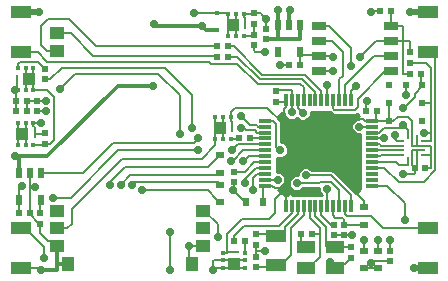
<source format=gtl>
G04 #@! TF.FileFunction,Copper,L1,Top,Signal*
%FSLAX46Y46*%
G04 Gerber Fmt 4.6, Leading zero omitted, Abs format (unit mm)*
G04 Created by KiCad (PCBNEW (2016-04-05 BZR 6665, Git e1b308b)-product) date 04.05.2016 13:46:03*
%MOMM*%
G01*
G04 APERTURE LIST*
%ADD10C,0.100000*%
%ADD11R,0.500000X0.600000*%
%ADD12R,0.600000X0.500000*%
%ADD13R,0.300000X1.000000*%
%ADD14R,1.000000X0.300000*%
%ADD15R,1.270000X0.700000*%
%ADD16R,1.500000X1.000000*%
%ADD17R,1.800000X1.000000*%
%ADD18R,1.700000X1.000000*%
%ADD19R,0.500000X0.500000*%
%ADD20R,0.400000X0.400000*%
%ADD21R,0.400000X0.200000*%
%ADD22R,0.200000X0.400000*%
%ADD23R,0.600000X0.900000*%
%ADD24R,0.300000X0.400000*%
%ADD25R,1.000000X1.000000*%
%ADD26R,0.230000X0.785000*%
%ADD27R,0.400000X0.300000*%
%ADD28R,0.785000X0.230000*%
%ADD29R,0.800000X0.600000*%
%ADD30R,0.600000X0.800000*%
%ADD31R,1.200000X1.000000*%
%ADD32R,1.000000X1.200000*%
%ADD33C,0.700000*%
%ADD34C,0.500000*%
%ADD35C,0.200000*%
%ADD36C,0.160000*%
%ADD37C,0.300000*%
%ADD38C,0.254000*%
G04 APERTURE END LIST*
D10*
D11*
X206400000Y-87600000D03*
X206400000Y-89100000D03*
X206400000Y-90600000D03*
X209250000Y-90600000D03*
X209250000Y-89100000D03*
X209250000Y-87600000D03*
D12*
X207850000Y-87550000D03*
D13*
X197700000Y-97850000D03*
X198200000Y-97850000D03*
X198700000Y-97850000D03*
X199200000Y-97850000D03*
X199700000Y-97850000D03*
X200200000Y-97850000D03*
X200700000Y-97850000D03*
X201200000Y-97850000D03*
X201700000Y-97850000D03*
X202200000Y-97850000D03*
X202700000Y-97850000D03*
X203200000Y-97850000D03*
D14*
X204950000Y-96100000D03*
X204950000Y-95600000D03*
X204950000Y-95100000D03*
X204950000Y-94600000D03*
X204950000Y-94100000D03*
X204950000Y-93600000D03*
X204950000Y-93100000D03*
X204950000Y-92600000D03*
X204950000Y-92100000D03*
X204950000Y-91600000D03*
X204950000Y-91100000D03*
X204950000Y-90600000D03*
D13*
X203200000Y-88850000D03*
X202700000Y-88850000D03*
X202200000Y-88850000D03*
X201700000Y-88850000D03*
X201200000Y-88850000D03*
X200700000Y-88850000D03*
X200200000Y-88850000D03*
X199700000Y-88850000D03*
X199200000Y-88850000D03*
X198700000Y-88850000D03*
X198200000Y-88850000D03*
X197700000Y-88850000D03*
D14*
X195950000Y-90600000D03*
X195950000Y-91100000D03*
X195950000Y-91600000D03*
X195950000Y-92100000D03*
X195950000Y-92600000D03*
X195950000Y-93100000D03*
X195950000Y-93600000D03*
X195950000Y-94100000D03*
X195950000Y-94600000D03*
X195950000Y-95100000D03*
X195950000Y-95600000D03*
X195950000Y-96100000D03*
D15*
X200500000Y-82600000D03*
X200500000Y-83870000D03*
X200500000Y-85140000D03*
X200500000Y-86410000D03*
X206596000Y-86410000D03*
X206596000Y-85140000D03*
X206596000Y-83870000D03*
X206596000Y-82600000D03*
D16*
X199400000Y-103100000D03*
X201900000Y-103100000D03*
X201900000Y-101300000D03*
X199400000Y-101300000D03*
D17*
X196850000Y-100400000D03*
X196850000Y-102800000D03*
D18*
X175300000Y-84800000D03*
X175300000Y-81400000D03*
D19*
X176900000Y-99300000D03*
X176900000Y-98400000D03*
D20*
X191900000Y-81500000D03*
X191900000Y-82900000D03*
D18*
X209700000Y-99700000D03*
X209700000Y-103100000D03*
X175300000Y-103100000D03*
X175300000Y-99700000D03*
X209700000Y-81400000D03*
X209700000Y-84800000D03*
D21*
X207500000Y-92300000D03*
X207500000Y-92700000D03*
X207500000Y-93100000D03*
X207500000Y-93500000D03*
D22*
X208000000Y-93800000D03*
X208400000Y-93800000D03*
X208800000Y-93800000D03*
D21*
X209300000Y-93500000D03*
X209300000Y-93100000D03*
X209300000Y-92700000D03*
X209300000Y-92300000D03*
D22*
X208800000Y-92000000D03*
X208400000Y-92000000D03*
X208000000Y-92000000D03*
D19*
X195200000Y-101100000D03*
X195200000Y-100200000D03*
X195200000Y-102100000D03*
X195200000Y-103000000D03*
X199000000Y-100200000D03*
X199900000Y-100200000D03*
X203200000Y-102200000D03*
X203200000Y-101300000D03*
D23*
X177000000Y-95000000D03*
X176050000Y-95000000D03*
X175100000Y-95000000D03*
X175100000Y-97300000D03*
X177000000Y-97300000D03*
X198900000Y-82500000D03*
X197950000Y-82500000D03*
X197000000Y-82500000D03*
X197000000Y-84800000D03*
X198900000Y-84800000D03*
D19*
X195000000Y-84200000D03*
X195000000Y-83300000D03*
X195000000Y-82400000D03*
X195000000Y-81500000D03*
X177300000Y-87100000D03*
X177300000Y-86200000D03*
X177275000Y-91675000D03*
X177275000Y-92575000D03*
X193300000Y-100800000D03*
X194200000Y-100800000D03*
X194625000Y-92025000D03*
X193725000Y-92025000D03*
X174860387Y-89786327D03*
X175760387Y-89786327D03*
X176660387Y-88886327D03*
X176660387Y-89786327D03*
X174860387Y-88886327D03*
X175760387Y-88886327D03*
X196000000Y-83700000D03*
X196000000Y-82800000D03*
X198000000Y-85900000D03*
X198900000Y-85900000D03*
X176000000Y-98400000D03*
X175100000Y-98400000D03*
D24*
X192830000Y-83392000D03*
X193480000Y-83392000D03*
X194130000Y-83392000D03*
X192830000Y-81542000D03*
X193480000Y-81542000D03*
X194130000Y-81542000D03*
D25*
X193200000Y-82472000D03*
D26*
X194220000Y-82492000D03*
D19*
X202600000Y-100300000D03*
X202600000Y-99400000D03*
X201800000Y-100300000D03*
X201800000Y-99400000D03*
X205400000Y-89800000D03*
X204500000Y-89800000D03*
X196900000Y-89000000D03*
X196900000Y-88100000D03*
D24*
X191730000Y-92120000D03*
X192380000Y-92120000D03*
X193030000Y-92120000D03*
X191730000Y-90270000D03*
X192380000Y-90270000D03*
X193030000Y-90270000D03*
D25*
X192100000Y-91200000D03*
D26*
X193120000Y-91220000D03*
D24*
X176330387Y-86166327D03*
X175680387Y-86166327D03*
X175030387Y-86166327D03*
X176330387Y-88016327D03*
X175680387Y-88016327D03*
X175030387Y-88016327D03*
D25*
X175960387Y-87086327D03*
D26*
X174940387Y-87066327D03*
D27*
X194250000Y-103070000D03*
X194250000Y-102420000D03*
X194250000Y-101770000D03*
X192400000Y-103070000D03*
X192400000Y-102420000D03*
X192400000Y-101770000D03*
D25*
X193330000Y-102700000D03*
D28*
X193350000Y-101680000D03*
D19*
X205700000Y-81300000D03*
X206600000Y-81300000D03*
X193300000Y-95800000D03*
X193300000Y-94900000D03*
X206500000Y-101600000D03*
X206500000Y-102500000D03*
D29*
X204300000Y-101600000D03*
X204300000Y-103100000D03*
X205500000Y-101600000D03*
X205500000Y-103100000D03*
X192100000Y-97500000D03*
X192100000Y-96000000D03*
X192100000Y-95000000D03*
X192100000Y-93500000D03*
D30*
X195800000Y-97500000D03*
X194300000Y-97500000D03*
D29*
X204300000Y-97900000D03*
X204300000Y-99400000D03*
D19*
X208600000Y-94600000D03*
X209500000Y-94600000D03*
X208200000Y-86600000D03*
X209100000Y-86600000D03*
X208200000Y-84800000D03*
X208200000Y-85700000D03*
D24*
X175030000Y-92620000D03*
X175680000Y-92620000D03*
X176330000Y-92620000D03*
X175030000Y-90770000D03*
X175680000Y-90770000D03*
X176330000Y-90770000D03*
D25*
X175400000Y-91700000D03*
D26*
X176420000Y-91720000D03*
D19*
X192800000Y-85200000D03*
X191900000Y-85200000D03*
X192800000Y-84300000D03*
X191900000Y-84300000D03*
D31*
X178300000Y-101200000D03*
X178300000Y-99700000D03*
X178300000Y-98200000D03*
X178300000Y-84700000D03*
X178300000Y-83200000D03*
D32*
X179270000Y-102700000D03*
X189770000Y-102700000D03*
D31*
X190700000Y-101200000D03*
X190700000Y-99700000D03*
X190700000Y-98200000D03*
D33*
X208525000Y-103100000D03*
X204875000Y-102625000D03*
X201475000Y-102525002D03*
X176475000Y-96200000D03*
X207650000Y-95125001D03*
X206900000Y-91799996D03*
X198050002Y-81250000D03*
X196052232Y-81996020D03*
X201200000Y-96400002D03*
X177000000Y-103200000D03*
X204900000Y-81400000D03*
X204599996Y-88900000D03*
X207850000Y-88400000D03*
X174800000Y-88000000D03*
X189500000Y-101200000D03*
X195900000Y-101600000D03*
X201700000Y-86400000D03*
X197200000Y-85900000D03*
X193200000Y-96500000D03*
X176800000Y-81400000D03*
X208200000Y-81400000D03*
X203900000Y-91100000D03*
X197000000Y-95600000D03*
X198200000Y-89900000D03*
X199400000Y-101300004D03*
X203300000Y-100300000D03*
X189900000Y-81500000D03*
X190600000Y-82600000D03*
X174750000Y-93625000D03*
X186436000Y-87630000D03*
X176950663Y-90750663D03*
X197000000Y-81250000D03*
X186500000Y-82400000D03*
X195950000Y-84750000D03*
X201200000Y-87600000D03*
X199390000Y-95224990D03*
X189738000Y-91186000D03*
X198625000Y-95900000D03*
X178562000Y-87884000D03*
X177400000Y-88900000D03*
X188722000Y-91694000D03*
X191500000Y-103199998D03*
X187900000Y-103200000D03*
X187900000Y-100000000D03*
X202400000Y-90400000D03*
X204000000Y-85200000D03*
X201700000Y-85200000D03*
X190300000Y-92100000D03*
X193900000Y-90200000D03*
X203600000Y-87700000D03*
X203200000Y-86000000D03*
X183700000Y-96000000D03*
X182800000Y-96000000D03*
X185491958Y-96473194D03*
X184700000Y-96000000D03*
X206500000Y-100700000D03*
X205500000Y-100700000D03*
X204300000Y-100699998D03*
X193130627Y-93106010D03*
X193089704Y-94005091D03*
X194108947Y-94008947D03*
X194237042Y-95847494D03*
X194928222Y-96423926D03*
X207621789Y-90981563D03*
X207621780Y-89546025D03*
X205981140Y-92084741D03*
X209429152Y-91650002D03*
X199136000Y-89916000D03*
X197200000Y-93100000D03*
X177400000Y-89800000D03*
X175400000Y-91700000D03*
X178000000Y-97100000D03*
X177200000Y-102200000D03*
X190300000Y-93100000D03*
X193900000Y-91200000D03*
X207800000Y-99000000D03*
X191950000Y-100450000D03*
X175375002Y-96125000D03*
D34*
X209700000Y-103100000D02*
X208525000Y-103100000D01*
D35*
X205000000Y-102500000D02*
X204875000Y-102625000D01*
X206500000Y-102500000D02*
X205000000Y-102500000D01*
X204875000Y-103075000D02*
X204875000Y-102625000D01*
X204900000Y-103100000D02*
X204875000Y-103075000D01*
X205500000Y-103100000D02*
X204900000Y-103100000D01*
X203200000Y-102200000D02*
X202675000Y-102725000D01*
X202675000Y-102725000D02*
X201674998Y-102725000D01*
X201674998Y-102725000D02*
X201475000Y-102525002D01*
X201824999Y-102875001D02*
X201475000Y-102525002D01*
X201900000Y-103100000D02*
X201900000Y-102950002D01*
X201900000Y-102950002D02*
X201824999Y-102875001D01*
X176050000Y-96200000D02*
X176475000Y-96200000D01*
X208144974Y-95125001D02*
X207650000Y-95125001D01*
X208600000Y-95050000D02*
X208524999Y-95125001D01*
X208600000Y-94600000D02*
X208600000Y-95050000D01*
X208524999Y-95125001D02*
X208144974Y-95125001D01*
D36*
X207500000Y-92300000D02*
X207075000Y-92300000D01*
X207075000Y-92300000D02*
X206900000Y-92125000D01*
X206900000Y-92125000D02*
X206900000Y-91799996D01*
X208600000Y-94550000D02*
X208800000Y-94350000D01*
X208800000Y-94350000D02*
X208800000Y-93800000D01*
X208600000Y-94550000D02*
X208400000Y-94350000D01*
X208400000Y-94350000D02*
X208400000Y-93800000D01*
X208600000Y-94600000D02*
X208600000Y-94550000D01*
X208400000Y-93100000D02*
X208800000Y-93100000D01*
X208800000Y-93100000D02*
X209300000Y-93100000D01*
X208800000Y-93800000D02*
X208800000Y-93650000D01*
X208800000Y-93650000D02*
X208800000Y-93100000D01*
X208400000Y-93800000D02*
X208400000Y-93100000D01*
D35*
X207850000Y-88400000D02*
X207850000Y-87550000D01*
D37*
X197950000Y-82500000D02*
X197950000Y-81350002D01*
X197950000Y-81350002D02*
X198050002Y-81250000D01*
D35*
X195702233Y-81646021D02*
X196052232Y-81996020D01*
X195000000Y-81500000D02*
X195556212Y-81500000D01*
X196000000Y-82800000D02*
X196000000Y-82048252D01*
X196000000Y-82048252D02*
X196052232Y-81996020D01*
X195556212Y-81500000D02*
X195702233Y-81646021D01*
X175300000Y-103100000D02*
X176900000Y-103100000D01*
X176900000Y-103100000D02*
X177000000Y-103200000D01*
X174860387Y-88886327D02*
X174860387Y-88186327D01*
X174860387Y-88186327D02*
X175030387Y-88016327D01*
X174940387Y-87066327D02*
X174940387Y-87926327D01*
X174940387Y-87926327D02*
X175030387Y-88016327D01*
X174800000Y-88000000D02*
X175014060Y-88000000D01*
X175014060Y-88000000D02*
X175030387Y-88016327D01*
X177600000Y-100800000D02*
X177900000Y-100800000D01*
X177900000Y-100800000D02*
X178300000Y-101200000D01*
X176900000Y-100100000D02*
X177600000Y-100800000D01*
X176900000Y-99300000D02*
X176900000Y-100100000D01*
X201200000Y-97850000D02*
X201200000Y-96400002D01*
X176050000Y-96200000D02*
X176050000Y-98350000D01*
X176050000Y-95000000D02*
X176050000Y-96200000D01*
D37*
X177000000Y-103200000D02*
X178300000Y-103200000D01*
X178300000Y-103200000D02*
X178300000Y-102700000D01*
X178300000Y-102700000D02*
X178300000Y-101200000D01*
X179270000Y-102700000D02*
X178300000Y-102700000D01*
D35*
X176050000Y-98350000D02*
X176000000Y-98400000D01*
X176900000Y-99300000D02*
X176790002Y-99300000D01*
X176790002Y-99300000D02*
X176000000Y-98509998D01*
X176000000Y-98509998D02*
X176000000Y-98400000D01*
X194300000Y-97500000D02*
X194200000Y-97500000D01*
X194200000Y-97500000D02*
X193200000Y-96500000D01*
X198200000Y-88850000D02*
X198200000Y-88000000D01*
X198200000Y-88000000D02*
X197000000Y-88000000D01*
X197000000Y-88000000D02*
X196900000Y-88100000D01*
X205000000Y-81300000D02*
X204900000Y-81400000D01*
X205700000Y-81300000D02*
X205000000Y-81300000D01*
X204500000Y-88999996D02*
X204599996Y-88900000D01*
X204500000Y-89800000D02*
X204500000Y-88999996D01*
X174860387Y-88886327D02*
X174860387Y-89786327D01*
X189500000Y-101200000D02*
X189500000Y-102430000D01*
X189500000Y-102430000D02*
X189770000Y-102700000D01*
X190700000Y-101200000D02*
X189500000Y-101200000D01*
X204300000Y-103100000D02*
X205500000Y-103100000D01*
X195200000Y-101600000D02*
X195900000Y-101600000D01*
X200500000Y-86410000D02*
X201690000Y-86410000D01*
X201690000Y-86410000D02*
X201700000Y-86400000D01*
X198000000Y-85900000D02*
X197200000Y-85900000D01*
X194130000Y-81542000D02*
X194958000Y-81542000D01*
X194958000Y-81542000D02*
X195000000Y-81500000D01*
X194220000Y-82492000D02*
X194220000Y-81920000D01*
X194220000Y-81920000D02*
X194130000Y-81830000D01*
X194130000Y-81830000D02*
X194130000Y-81542000D01*
X193300000Y-95800000D02*
X193300000Y-96400000D01*
X193300000Y-96400000D02*
X193200000Y-96500000D01*
D34*
X175300000Y-81400000D02*
X176800000Y-81400000D01*
X209700000Y-81400000D02*
X208200000Y-81400000D01*
D35*
X204950000Y-91100000D02*
X203900000Y-91100000D01*
X195950000Y-95600000D02*
X197000000Y-95600000D01*
X198200000Y-88850000D02*
X198200000Y-89900000D01*
X199000000Y-100900004D02*
X199050001Y-100950005D01*
X199000000Y-100200000D02*
X199000000Y-100900004D01*
X199050001Y-100950005D02*
X199400000Y-101300004D01*
X195200000Y-101600000D02*
X195200000Y-102100000D01*
X195200000Y-101100000D02*
X195200000Y-101600000D01*
X202600000Y-100300000D02*
X203300000Y-100300000D01*
X201800000Y-100300000D02*
X202600000Y-100300000D01*
X199000000Y-101300000D02*
X199000000Y-100200000D01*
X199400000Y-101300000D02*
X199000000Y-101300000D01*
X196850000Y-100400000D02*
X197600000Y-100400000D01*
X197600000Y-100400000D02*
X197600000Y-99600000D01*
X195200000Y-100200000D02*
X196650000Y-100200000D01*
X196650000Y-100200000D02*
X196850000Y-100400000D01*
X197600000Y-99600000D02*
X198700000Y-98500000D01*
X198700000Y-98500000D02*
X198700000Y-97850000D01*
X195200000Y-103000000D02*
X196650000Y-103000000D01*
X196650000Y-103000000D02*
X196850000Y-102800000D01*
X198100000Y-101950000D02*
X197250000Y-102800000D01*
X197250000Y-102800000D02*
X196850000Y-102800000D01*
X199200000Y-97850000D02*
X199200000Y-98565698D01*
X198100000Y-99665698D02*
X198100000Y-101950000D01*
X199200000Y-98565698D02*
X198100000Y-99665698D01*
X199700000Y-98800000D02*
X199700000Y-97850000D01*
X199900000Y-100200000D02*
X200600000Y-100200000D01*
X199400000Y-103100000D02*
X199600000Y-103100000D01*
X199600000Y-103100000D02*
X200600000Y-102100000D01*
X200600000Y-100200000D02*
X200600000Y-99700000D01*
X200600000Y-99700000D02*
X199700000Y-98800000D01*
X200600000Y-102100000D02*
X200600000Y-100200000D01*
X201900000Y-101300000D02*
X201200000Y-101300000D01*
X201200000Y-101300000D02*
X201100000Y-101200000D01*
X201100000Y-101200000D02*
X201100000Y-99600000D01*
X201900000Y-101300000D02*
X203200000Y-101300000D01*
X201100000Y-99600000D02*
X200200000Y-98700000D01*
X200200000Y-98700000D02*
X200200000Y-97850000D01*
X191900000Y-81500000D02*
X192788000Y-81500000D01*
X192788000Y-81500000D02*
X192830000Y-81542000D01*
X193480000Y-83392000D02*
X193480000Y-82752000D01*
X193480000Y-82752000D02*
X193200000Y-82472000D01*
X192830000Y-83392000D02*
X192830000Y-82842000D01*
X192830000Y-82842000D02*
X193200000Y-82472000D01*
X193480000Y-81542000D02*
X193480000Y-82192000D01*
X193480000Y-82192000D02*
X193200000Y-82472000D01*
X192830000Y-81542000D02*
X192830000Y-82102000D01*
X192830000Y-82102000D02*
X193200000Y-82472000D01*
X189900000Y-81500000D02*
X190394974Y-81500000D01*
X190394974Y-81500000D02*
X191900000Y-81500000D01*
D37*
X190600000Y-82600000D02*
X186700000Y-82600000D01*
X186700000Y-82600000D02*
X186500000Y-82400000D01*
X191900000Y-82900000D02*
X190900000Y-82900000D01*
X190900000Y-82900000D02*
X190600000Y-82600000D01*
X174750000Y-93625000D02*
X175125000Y-93625000D01*
X175125000Y-93625000D02*
X177452830Y-93625000D01*
X175100000Y-95000000D02*
X175100000Y-93650000D01*
X175100000Y-93650000D02*
X175125000Y-93625000D01*
X177452830Y-93625000D02*
X183447830Y-87630000D01*
X183447830Y-87630000D02*
X183470024Y-87630000D01*
D35*
X176420000Y-91720000D02*
X177230000Y-91720000D01*
X177230000Y-91720000D02*
X177275000Y-91675000D01*
D37*
X186436000Y-87630000D02*
X183470024Y-87630000D01*
X197000000Y-83700000D02*
X198900000Y-83700000D01*
X198900000Y-83700000D02*
X198900000Y-82500000D01*
D35*
X176931326Y-90770000D02*
X176950663Y-90750663D01*
X176330000Y-90770000D02*
X176931326Y-90770000D01*
D37*
X196000000Y-83700000D02*
X197000000Y-83700000D01*
X197000000Y-82500000D02*
X197000000Y-83700000D01*
X197000000Y-81250000D02*
X197000000Y-82500000D01*
D35*
X176330000Y-91030000D02*
X176420000Y-91120000D01*
X176420000Y-91120000D02*
X176420000Y-91720000D01*
X176330000Y-90770000D02*
X176330000Y-91030000D01*
X176900000Y-98400000D02*
X176900000Y-97400000D01*
X176900000Y-97400000D02*
X177000000Y-97300000D01*
X195455026Y-84750000D02*
X195950000Y-84750000D01*
X195100000Y-84750000D02*
X195455026Y-84750000D01*
X195000000Y-84650000D02*
X195100000Y-84750000D01*
X195000000Y-84200000D02*
X195000000Y-84650000D01*
X201200000Y-87600000D02*
X201200000Y-88850000D01*
X194130000Y-83392000D02*
X194908000Y-83392000D01*
X194908000Y-83392000D02*
X195000000Y-83300000D01*
X195000000Y-83300000D02*
X195000000Y-82400000D01*
X203200000Y-96872301D02*
X201552689Y-95224990D01*
X199884974Y-95224990D02*
X199390000Y-95224990D01*
X201552689Y-95224990D02*
X199884974Y-95224990D01*
X203200000Y-97850000D02*
X203200000Y-96872301D01*
X189738000Y-91186000D02*
X189738000Y-88392000D01*
X178744000Y-86106000D02*
X177750000Y-87100000D01*
X189738000Y-88392000D02*
X187452000Y-86106000D01*
X187452000Y-86106000D02*
X178744000Y-86106000D01*
X177750000Y-87100000D02*
X177300000Y-87100000D01*
X175030387Y-86166327D02*
X175030387Y-85766327D01*
X175030387Y-85766327D02*
X175146714Y-85650000D01*
X176900000Y-85800000D02*
X177300000Y-86200000D01*
X175146714Y-85650000D02*
X176750000Y-85650000D01*
X176750000Y-85650000D02*
X176900000Y-85800000D01*
X194250000Y-101770000D02*
X194250000Y-100850000D01*
X194250000Y-100850000D02*
X194200000Y-100800000D01*
X193030000Y-92120000D02*
X193630000Y-92120000D01*
X193630000Y-92120000D02*
X193725000Y-92025000D01*
X200667999Y-95750001D02*
X200518000Y-95900000D01*
X202200000Y-97850000D02*
X202200000Y-96438000D01*
X199119974Y-95900000D02*
X198625000Y-95900000D01*
X201512001Y-95750001D02*
X200667999Y-95750001D01*
X202200000Y-96438000D02*
X201512001Y-95750001D01*
X200518000Y-95900000D02*
X199119974Y-95900000D01*
X188722000Y-91694000D02*
X188722000Y-88805998D01*
X178562000Y-87884000D02*
X179832000Y-86614000D01*
X176660387Y-88886327D02*
X177386327Y-88886327D01*
X177386327Y-88886327D02*
X177400000Y-88900000D01*
X175760387Y-88886327D02*
X176660387Y-88886327D01*
X175760387Y-89786327D02*
X175760387Y-88886327D01*
X188722000Y-91199026D02*
X188722000Y-91694000D01*
X179832000Y-86614000D02*
X186914000Y-86614000D01*
X186914000Y-86614000D02*
X188722000Y-88422000D01*
X188722000Y-88422000D02*
X188722000Y-91199026D01*
X198200000Y-97850000D02*
X198200000Y-98434302D01*
X194150000Y-99500000D02*
X193300000Y-100350000D01*
X193300000Y-100350000D02*
X193300000Y-100800000D01*
X198200000Y-98434302D02*
X197134302Y-99500000D01*
X197134302Y-99500000D02*
X194150000Y-99500000D01*
X194625000Y-92025000D02*
X194700000Y-92100000D01*
X194700000Y-92100000D02*
X195950000Y-92100000D01*
X192400000Y-103070000D02*
X191629998Y-103070000D01*
X191629998Y-103070000D02*
X191500000Y-103199998D01*
X191500000Y-102500000D02*
X191500000Y-103199998D01*
X191580000Y-102420000D02*
X191500000Y-102500000D01*
X192400000Y-102420000D02*
X191580000Y-102420000D01*
X191570002Y-103199998D02*
X191500000Y-103199998D01*
X192400000Y-102420000D02*
X192350000Y-102420000D01*
X187900000Y-100000000D02*
X187900000Y-103200000D01*
X192400000Y-103070000D02*
X192960000Y-103070000D01*
X192960000Y-103070000D02*
X193330000Y-102700000D01*
X194250000Y-103070000D02*
X193700000Y-103070000D01*
X193700000Y-103070000D02*
X193330000Y-102700000D01*
X194250000Y-102420000D02*
X193610000Y-102420000D01*
X193610000Y-102420000D02*
X193330000Y-102700000D01*
X192400000Y-102420000D02*
X193050000Y-102420000D01*
X193050000Y-102420000D02*
X193330000Y-102700000D01*
X208200000Y-86600000D02*
X207600000Y-86600000D01*
X207600000Y-86600000D02*
X207600000Y-83870000D01*
X207600000Y-83870000D02*
X208170000Y-83870000D01*
X208170000Y-83870000D02*
X208200000Y-83900000D01*
X208200000Y-83900000D02*
X208200000Y-84800000D01*
X207600000Y-82600000D02*
X207600000Y-83870000D01*
X206596000Y-82600000D02*
X207600000Y-82600000D01*
X194025000Y-98900000D02*
X192749999Y-100175001D01*
X192749999Y-100175001D02*
X192749999Y-101750001D01*
X192749999Y-101750001D02*
X192730000Y-101770000D01*
X197300000Y-96300000D02*
X197300000Y-96700000D01*
X196800000Y-98400000D02*
X196300000Y-98900000D01*
X197300000Y-96700000D02*
X196800000Y-97200000D01*
X196800000Y-97200000D02*
X196800000Y-98400000D01*
X196300000Y-98900000D02*
X194025000Y-98900000D01*
D36*
X206400000Y-90600000D02*
X206810000Y-90600000D01*
X208050000Y-90250000D02*
X208400000Y-90600000D01*
X206810000Y-90600000D02*
X207160000Y-90250000D01*
X207160000Y-90250000D02*
X208050000Y-90250000D01*
X208400000Y-90600000D02*
X208400000Y-92000000D01*
X209950000Y-92700000D02*
X209950000Y-93500000D01*
X209950000Y-93500000D02*
X209950000Y-94560000D01*
X209300000Y-93500000D02*
X209500000Y-93500000D01*
X209500000Y-93500000D02*
X209950000Y-93500000D01*
X209300000Y-92700000D02*
X209950000Y-92700000D01*
X209950000Y-94560000D02*
X209910000Y-94600000D01*
X209910000Y-94600000D02*
X209500000Y-94600000D01*
X208400000Y-92700000D02*
X208800000Y-92700000D01*
X208800000Y-92700000D02*
X209300000Y-92700000D01*
X208800000Y-92000000D02*
X208800000Y-92700000D01*
X208400000Y-92000000D02*
X208400000Y-92700000D01*
D35*
X204950000Y-90600000D02*
X206400000Y-90600000D01*
X206400000Y-90600000D02*
X206400000Y-89100000D01*
X206596000Y-83870000D02*
X207600000Y-83870000D01*
X197887999Y-95228001D02*
X197887999Y-91900000D01*
X201290001Y-91950001D02*
X197938000Y-91950001D01*
X197887999Y-91900000D02*
X197887999Y-91287999D01*
X197938000Y-91950001D02*
X197887999Y-91900000D01*
X197887999Y-91287999D02*
X197800000Y-91200000D01*
X196100000Y-89500000D02*
X197500000Y-90900000D01*
X197500000Y-90900000D02*
X197800000Y-91200000D01*
X197700000Y-89437998D02*
X197549999Y-89587999D01*
X197549999Y-89587999D02*
X197549999Y-90850001D01*
X197549999Y-90850001D02*
X197500000Y-90900000D01*
X204000000Y-85200000D02*
X205330000Y-83870000D01*
X205330000Y-83870000D02*
X205761000Y-83870000D01*
X205761000Y-83870000D02*
X206596000Y-83870000D01*
X193400000Y-89500000D02*
X196100000Y-89500000D01*
X193030000Y-90270000D02*
X193030000Y-89870000D01*
X193030000Y-89870000D02*
X193400000Y-89500000D01*
X197866000Y-95758000D02*
X197700000Y-95924000D01*
X197700000Y-95924000D02*
X197700000Y-96300000D01*
X197866000Y-95250000D02*
X197866000Y-95758000D01*
X197887999Y-95228001D02*
X197866000Y-95250000D01*
X197300000Y-96300000D02*
X197700000Y-96300000D01*
X196737998Y-96300000D02*
X197300000Y-96300000D01*
X192400000Y-101770000D02*
X192730000Y-101770000D01*
X192730000Y-101770000D02*
X192820000Y-101680000D01*
X192820000Y-101680000D02*
X193350000Y-101680000D01*
X195800000Y-97500000D02*
X195800000Y-96200000D01*
X195800000Y-96200000D02*
X195900000Y-96100000D01*
X195900000Y-96100000D02*
X195950000Y-96100000D01*
X196900000Y-89000000D02*
X197600000Y-89000000D01*
X197600000Y-89000000D02*
X197700000Y-89100000D01*
X197700000Y-89100000D02*
X197700000Y-89437998D01*
X205300000Y-89900000D02*
X205300000Y-90300000D01*
X205300000Y-90300000D02*
X205300000Y-90500000D01*
X200500000Y-85140000D02*
X201640000Y-85140000D01*
X201640000Y-85140000D02*
X201700000Y-85200000D01*
X193100000Y-90650000D02*
X193100000Y-91200000D01*
X193100000Y-91200000D02*
X193120000Y-91220000D01*
X193030000Y-90580000D02*
X193100000Y-90650000D01*
X193030000Y-90270000D02*
X193030000Y-90580000D01*
X203200000Y-90449999D02*
X204212001Y-90449999D01*
X202790003Y-90449999D02*
X203200000Y-90449999D01*
X204300000Y-97400000D02*
X203200000Y-96300000D01*
X203200000Y-90449999D02*
X203200000Y-96300000D01*
X204300000Y-97900000D02*
X204300000Y-97400000D01*
X197700000Y-96300000D02*
X197700000Y-97100000D01*
X197700000Y-97100000D02*
X197700000Y-97850000D01*
X195950000Y-96100000D02*
X196537998Y-96100000D01*
X196537998Y-96100000D02*
X196737998Y-96300000D01*
X197700000Y-88850000D02*
X197700000Y-89437998D01*
X201290001Y-91950001D02*
X202790003Y-90449999D01*
X204212001Y-90449999D02*
X204362002Y-90600000D01*
X204362002Y-90600000D02*
X204950000Y-90600000D01*
X198900000Y-84800000D02*
X199100000Y-85000000D01*
X199100000Y-85000000D02*
X200360000Y-85000000D01*
X200360000Y-85000000D02*
X200500000Y-85140000D01*
X198900000Y-85900000D02*
X198900000Y-84800000D01*
X205400000Y-89800000D02*
X205300000Y-89900000D01*
X205300000Y-90500000D02*
X205200000Y-90600000D01*
X205200000Y-90600000D02*
X204950000Y-90600000D01*
X206600000Y-81300000D02*
X206600000Y-82596000D01*
X206600000Y-82596000D02*
X206596000Y-82600000D01*
X178300000Y-99700000D02*
X179200000Y-99700000D01*
X179200000Y-99700000D02*
X179550000Y-99350000D01*
X179550000Y-99350000D02*
X179550000Y-98050000D01*
X179550000Y-98050000D02*
X183800000Y-93800000D01*
X183800000Y-93800000D02*
X190600000Y-93800000D01*
X190600000Y-93800000D02*
X191730000Y-92670000D01*
X191730000Y-92670000D02*
X191730000Y-92120000D01*
X191730000Y-92170000D02*
X191730000Y-92120000D01*
X192380000Y-92120000D02*
X192380000Y-91480000D01*
X192380000Y-91480000D02*
X192100000Y-91200000D01*
X191730000Y-92120000D02*
X191730000Y-91570000D01*
X191730000Y-91570000D02*
X192100000Y-91200000D01*
X191730000Y-90270000D02*
X191730000Y-90830000D01*
X191730000Y-90830000D02*
X192100000Y-91200000D01*
X192380000Y-90270000D02*
X192380000Y-90920000D01*
X192380000Y-90920000D02*
X192100000Y-91200000D01*
X183050001Y-92449999D02*
X180500000Y-95000000D01*
X180500000Y-95000000D02*
X177000000Y-95000000D01*
X189949999Y-92449999D02*
X183050001Y-92449999D01*
X190300000Y-92100000D02*
X189949999Y-92449999D01*
X195215699Y-91000000D02*
X194700000Y-91000000D01*
X194700000Y-91000000D02*
X193900000Y-90200000D01*
X195950000Y-91100000D02*
X195315699Y-91100000D01*
X195315699Y-91100000D02*
X195215699Y-91000000D01*
X200700000Y-98600000D02*
X200700000Y-97850000D01*
X201500000Y-99400000D02*
X200700000Y-98600000D01*
X201800000Y-99400000D02*
X201500000Y-99400000D01*
X202700000Y-88850000D02*
X202700000Y-87600000D01*
X202700000Y-87600000D02*
X205160000Y-85140000D01*
X205160000Y-85140000D02*
X205761000Y-85140000D01*
X205761000Y-85140000D02*
X206596000Y-85140000D01*
X202200000Y-88850000D02*
X202200000Y-87100000D01*
X202200000Y-87100000D02*
X202500000Y-86800000D01*
X202500000Y-86800000D02*
X202500000Y-84800000D01*
X202500000Y-84800000D02*
X201570000Y-83870000D01*
X201570000Y-83870000D02*
X200500000Y-83870000D01*
X201700000Y-88850000D02*
X201700000Y-89550000D01*
X201700000Y-89550000D02*
X201800001Y-89650001D01*
X201800001Y-89650001D02*
X203590001Y-89650001D01*
X203590001Y-89650001D02*
X203800000Y-89440002D01*
X203800000Y-89440002D02*
X203800000Y-88737994D01*
X203800000Y-88737994D02*
X206127994Y-86410000D01*
X206127994Y-86410000D02*
X206596000Y-86410000D01*
X203600000Y-87700000D02*
X203200000Y-88100000D01*
X203200000Y-88100000D02*
X203200000Y-88850000D01*
X203200000Y-85505026D02*
X203200000Y-86000000D01*
X203200000Y-84465000D02*
X203200000Y-85505026D01*
X201335000Y-82600000D02*
X203200000Y-84465000D01*
X200500000Y-82600000D02*
X201335000Y-82600000D01*
X195000000Y-94100000D02*
X194200000Y-94900000D01*
X194200000Y-94900000D02*
X193300000Y-94900000D01*
X195950000Y-94100000D02*
X195000000Y-94100000D01*
X183700000Y-96000000D02*
X184500000Y-95200000D01*
X184500000Y-95200000D02*
X191900000Y-95200000D01*
X191900000Y-95200000D02*
X192100000Y-95000000D01*
X182800000Y-96000000D02*
X182800000Y-95800000D01*
X182800000Y-95800000D02*
X184100000Y-94500000D01*
X184100000Y-94500000D02*
X191100000Y-94500000D01*
X191100000Y-94500000D02*
X192100000Y-93500000D01*
X192100000Y-93500000D02*
X192000000Y-93500000D01*
X185491958Y-96473194D02*
X191073194Y-96473194D01*
X191073194Y-96473194D02*
X191900000Y-97300000D01*
X191900000Y-97300000D02*
X192100000Y-97500000D01*
X184700000Y-96000000D02*
X184876807Y-95823193D01*
X184876807Y-95823193D02*
X191923193Y-95823193D01*
X191923193Y-95823193D02*
X192100000Y-96000000D01*
X192100000Y-96000000D02*
X192000000Y-96000000D01*
X206500000Y-101600000D02*
X206500000Y-100700000D01*
X205500000Y-101600000D02*
X205500000Y-100700000D01*
X204300000Y-101600000D02*
X204300000Y-100699998D01*
X195950000Y-92600000D02*
X193636637Y-92600000D01*
X193480626Y-92756011D02*
X193130627Y-93106010D01*
X193636637Y-92600000D02*
X193480626Y-92756011D01*
X193193550Y-94005091D02*
X193089704Y-94005091D01*
X194098641Y-93100000D02*
X193193550Y-94005091D01*
X195950000Y-93100000D02*
X194098641Y-93100000D01*
X195950000Y-93600000D02*
X194517894Y-93600000D01*
X194458946Y-93658948D02*
X194108947Y-94008947D01*
X194517894Y-93600000D02*
X194458946Y-93658948D01*
X194237042Y-95847494D02*
X194237042Y-95522958D01*
X194237042Y-95522958D02*
X195160000Y-94600000D01*
X195160000Y-94600000D02*
X195250000Y-94600000D01*
X195250000Y-94600000D02*
X195950000Y-94600000D01*
X194928222Y-96423926D02*
X194928222Y-95421778D01*
X194928222Y-95421778D02*
X195250000Y-95100000D01*
X195250000Y-95100000D02*
X195950000Y-95100000D01*
D36*
X209100000Y-86600000D02*
X209100000Y-87450000D01*
X209100000Y-87450000D02*
X209250000Y-87600000D01*
X208000000Y-92000000D02*
X208000000Y-91359774D01*
X208000000Y-91359774D02*
X207621789Y-90981563D01*
X204950000Y-91600000D02*
X205563079Y-91600000D01*
X205563079Y-91600000D02*
X205973084Y-91189995D01*
X205973084Y-91189995D02*
X207413357Y-91189995D01*
X207413357Y-91189995D02*
X207621789Y-90981563D01*
D35*
X208600000Y-88300000D02*
X208600000Y-88612002D01*
X208600000Y-88612002D02*
X207665977Y-89546025D01*
X207665977Y-89546025D02*
X207621780Y-89546025D01*
X209250000Y-87600000D02*
X209250000Y-87650000D01*
X209250000Y-87650000D02*
X208600000Y-88300000D01*
X209949990Y-91650000D02*
X209949990Y-89100000D01*
X209949990Y-89100000D02*
X209949990Y-86099990D01*
D36*
X209250000Y-89100000D02*
X209660000Y-89100000D01*
X209660000Y-89100000D02*
X209949990Y-89100000D01*
X209950000Y-92300000D02*
X209950000Y-91650010D01*
X209950000Y-91650010D02*
X209949990Y-91650000D01*
X209300000Y-92300000D02*
X209950000Y-92300000D01*
D35*
X205965881Y-92100000D02*
X205981140Y-92084741D01*
X204950000Y-92100000D02*
X205965881Y-92100000D01*
X209550000Y-85700000D02*
X208200000Y-85700000D01*
X209949990Y-86099990D02*
X209550000Y-85700000D01*
X209429152Y-91650002D02*
X209949988Y-91650002D01*
X209949988Y-91650002D02*
X209949990Y-91650000D01*
X200700000Y-88850000D02*
X200700000Y-88084302D01*
X200700000Y-88084302D02*
X200600009Y-87984309D01*
X200600009Y-87984309D02*
X199315689Y-86699989D01*
X199315689Y-86699989D02*
X195699989Y-86699989D01*
X195699989Y-86699989D02*
X193300000Y-84300000D01*
X193300000Y-84300000D02*
X193250000Y-84300000D01*
X193250000Y-84300000D02*
X192800000Y-84300000D01*
X200200000Y-88850000D02*
X200200000Y-88200000D01*
X200200000Y-88200000D02*
X199100000Y-87100000D01*
X199100000Y-87100000D02*
X195500000Y-87100000D01*
X195500000Y-87100000D02*
X193600000Y-85200000D01*
X193600000Y-85200000D02*
X192800000Y-85200000D01*
X198700000Y-88850000D02*
X198700000Y-89480000D01*
X198700000Y-89480000D02*
X199136000Y-89916000D01*
X196900000Y-90865698D02*
X196900000Y-92800000D01*
X196900000Y-92800000D02*
X197200000Y-93100000D01*
X195950000Y-90600000D02*
X196634302Y-90600000D01*
X196634302Y-90600000D02*
X196900000Y-90865698D01*
D36*
X204950000Y-92600000D02*
X205649133Y-92600000D01*
X205649133Y-92600000D02*
X205749133Y-92700000D01*
X205749133Y-92700000D02*
X207140000Y-92700000D01*
X207140000Y-92700000D02*
X207500000Y-92700000D01*
X204950000Y-93100000D02*
X207500000Y-93100000D01*
X205650000Y-93600000D02*
X205750000Y-93500000D01*
X205750000Y-93500000D02*
X207500000Y-93500000D01*
X204950000Y-93600000D02*
X205650000Y-93600000D01*
X204950000Y-94100000D02*
X207000000Y-94100000D01*
X207000000Y-94100000D02*
X207250000Y-94350000D01*
X207250000Y-94350000D02*
X208000000Y-94350000D01*
X208000000Y-94350000D02*
X208000000Y-93800000D01*
D35*
X204950030Y-94100030D02*
X204950000Y-94100000D01*
X176330000Y-92620000D02*
X177230000Y-92620000D01*
X177230000Y-92620000D02*
X177275000Y-92575000D01*
X176330387Y-88016327D02*
X177516327Y-88016327D01*
X177516327Y-88016327D02*
X178050001Y-88550001D01*
X178050001Y-88550001D02*
X178050001Y-92249999D01*
X178050001Y-92249999D02*
X177725000Y-92575000D01*
X177725000Y-92575000D02*
X177275000Y-92575000D01*
X176330387Y-88016327D02*
X176330387Y-87456327D01*
X176330387Y-87456327D02*
X175960387Y-87086327D01*
X175680387Y-88016327D02*
X175680387Y-87366327D01*
X175680387Y-87366327D02*
X175960387Y-87086327D01*
X176330387Y-86166327D02*
X176330387Y-86716327D01*
X176330387Y-86716327D02*
X175960387Y-87086327D01*
X175680387Y-86166327D02*
X175680387Y-86806327D01*
X175680387Y-86806327D02*
X175960387Y-87086327D01*
X177400000Y-89800000D02*
X176674060Y-89800000D01*
X176674060Y-89800000D02*
X176660387Y-89786327D01*
X175680000Y-90770000D02*
X175680000Y-91420000D01*
X175680000Y-91420000D02*
X175400000Y-91700000D01*
X175030000Y-90770000D02*
X175030000Y-91330000D01*
X175030000Y-91330000D02*
X175400000Y-91700000D01*
X175680000Y-92620000D02*
X175680000Y-91980000D01*
X175680000Y-91980000D02*
X175400000Y-91700000D01*
X175030000Y-92620000D02*
X175030000Y-92070000D01*
X175030000Y-92070000D02*
X175400000Y-91700000D01*
X204900000Y-98700000D02*
X205900000Y-99700000D01*
X205900000Y-99700000D02*
X209700000Y-99700000D01*
X202915699Y-98700000D02*
X204900000Y-98700000D01*
X202700000Y-97850000D02*
X202700000Y-98484301D01*
X202700000Y-98484301D02*
X202915699Y-98700000D01*
X209700000Y-84800000D02*
X210050000Y-84800000D01*
X210050000Y-84800000D02*
X210350000Y-85100000D01*
X210350000Y-85100000D02*
X210350000Y-94812002D01*
X210350000Y-94812002D02*
X209362001Y-95800001D01*
X209362001Y-95800001D02*
X207237999Y-95800001D01*
X206037998Y-94600000D02*
X205650000Y-94600000D01*
X207237999Y-95800001D02*
X206037998Y-94600000D01*
X205650000Y-94600000D02*
X204950000Y-94600000D01*
X175300000Y-84800000D02*
X176700000Y-84800000D01*
X176700000Y-84800000D02*
X177500000Y-85600000D01*
X177500000Y-85600000D02*
X191150000Y-85600000D01*
X191150000Y-85600000D02*
X191350000Y-85800000D01*
X191350000Y-85800000D02*
X193600000Y-85800000D01*
X193600000Y-85800000D02*
X195300010Y-87500010D01*
X195300010Y-87500010D02*
X198934312Y-87500010D01*
X198934312Y-87500010D02*
X199200000Y-87765698D01*
X199200000Y-87765698D02*
X199200000Y-88850000D01*
X193900000Y-91200000D02*
X194150000Y-91200000D01*
X194150000Y-91200000D02*
X194350010Y-91400010D01*
X194350010Y-91400010D02*
X195050010Y-91400010D01*
X195050010Y-91400010D02*
X195250000Y-91600000D01*
X195250000Y-91600000D02*
X195950000Y-91600000D01*
X178000000Y-97100000D02*
X179500000Y-97100000D01*
X179500000Y-97100000D02*
X183500000Y-93100000D01*
X183500000Y-93100000D02*
X189805026Y-93100000D01*
X189805026Y-93100000D02*
X190300000Y-93100000D01*
X175300000Y-99700000D02*
X175650000Y-99700000D01*
X175650000Y-99700000D02*
X177200000Y-101250000D01*
X177200000Y-101250000D02*
X177200000Y-102200000D01*
X178300000Y-83200000D02*
X179500000Y-83200000D01*
X179500000Y-83200000D02*
X181400000Y-85100000D01*
X181400000Y-85100000D02*
X191800000Y-85100000D01*
X191800000Y-85100000D02*
X191900000Y-85200000D01*
X179300000Y-82000000D02*
X181600000Y-84300000D01*
X181600000Y-84300000D02*
X191900000Y-84300000D01*
X177600000Y-82000000D02*
X179300000Y-82000000D01*
X177000000Y-82600000D02*
X177600000Y-82000000D01*
X177000000Y-84200000D02*
X177000000Y-82600000D01*
X178300000Y-84700000D02*
X177500000Y-84700000D01*
X177500000Y-84700000D02*
X177000000Y-84200000D01*
X207800000Y-97600000D02*
X206300000Y-96100000D01*
X206300000Y-96100000D02*
X204950000Y-96100000D01*
X207800000Y-99000000D02*
X207800000Y-97600000D01*
X191950000Y-99955026D02*
X191950000Y-100450000D01*
X191950000Y-99350000D02*
X191950000Y-99955026D01*
X190800000Y-98200000D02*
X191950000Y-99350000D01*
X190700000Y-98200000D02*
X190800000Y-98200000D01*
X202600000Y-99400000D02*
X204150000Y-99400000D01*
X201700000Y-97850000D02*
X201700000Y-98600000D01*
X201700000Y-98600000D02*
X201900000Y-98800000D01*
X201900000Y-98800000D02*
X202450000Y-98800000D01*
X202450000Y-98800000D02*
X202600000Y-98950000D01*
X202600000Y-98950000D02*
X202600000Y-99400000D01*
X204150000Y-99400000D02*
X204300000Y-99550000D01*
X175100000Y-96400002D02*
X175375002Y-96125000D01*
X175100000Y-97300000D02*
X175100000Y-96400002D01*
X175100000Y-98400000D02*
X175100000Y-97300000D01*
D38*
G36*
X201398065Y-89851935D02*
X201498064Y-89951933D01*
X201498066Y-89951936D01*
X201636595Y-90044498D01*
X201800001Y-90077002D01*
X201800006Y-90077001D01*
X203589996Y-90077001D01*
X203590001Y-90077002D01*
X203679578Y-90059184D01*
X203852808Y-90232414D01*
X203815000Y-90323690D01*
X203815000Y-90366250D01*
X203891743Y-90442993D01*
X203769888Y-90442887D01*
X203528326Y-90542698D01*
X203343348Y-90727354D01*
X203243115Y-90968741D01*
X203242887Y-91230112D01*
X203342698Y-91471674D01*
X203527354Y-91656652D01*
X203768741Y-91756885D01*
X203973000Y-91757063D01*
X203973000Y-96347394D01*
X203597318Y-96723076D01*
X203594497Y-96708895D01*
X203522675Y-96601406D01*
X203501935Y-96570366D01*
X203501932Y-96570364D01*
X201854624Y-94923055D01*
X201716095Y-94830493D01*
X201552689Y-94797989D01*
X201552684Y-94797990D01*
X199920333Y-94797990D01*
X199773990Y-94651392D01*
X199525254Y-94548108D01*
X199255927Y-94547873D01*
X199007011Y-94650723D01*
X198816402Y-94841000D01*
X198713118Y-95089736D01*
X198713002Y-95223077D01*
X198490927Y-95222883D01*
X198242011Y-95325733D01*
X198051402Y-95516010D01*
X197948118Y-95764746D01*
X197947883Y-96034073D01*
X198050733Y-96282989D01*
X198241010Y-96473598D01*
X198489746Y-96576882D01*
X198759073Y-96577117D01*
X199007989Y-96474267D01*
X199155513Y-96327000D01*
X200517995Y-96327000D01*
X200518000Y-96327001D01*
X200543069Y-96322014D01*
X200542887Y-96530114D01*
X200642698Y-96771676D01*
X200743846Y-96873000D01*
X198271025Y-96873000D01*
X198209698Y-96811673D01*
X197976309Y-96715000D01*
X197933750Y-96715000D01*
X197775750Y-96873000D01*
X197624250Y-96873000D01*
X197466250Y-96715000D01*
X197423691Y-96715000D01*
X197332414Y-96752808D01*
X197047192Y-96467586D01*
X197085000Y-96376310D01*
X197085000Y-96333750D01*
X197008257Y-96257007D01*
X197130112Y-96257113D01*
X197371674Y-96157302D01*
X197556652Y-95972646D01*
X197656885Y-95731259D01*
X197657113Y-95469888D01*
X197557302Y-95228326D01*
X197372646Y-95043348D01*
X197131259Y-94943115D01*
X196927000Y-94942937D01*
X196927000Y-93719685D01*
X197064746Y-93776882D01*
X197334073Y-93777117D01*
X197582989Y-93674267D01*
X197773598Y-93483990D01*
X197876882Y-93235254D01*
X197877117Y-92965927D01*
X197774267Y-92717011D01*
X197583990Y-92526402D01*
X197335254Y-92423118D01*
X197327000Y-92423111D01*
X197327000Y-90865703D01*
X197327001Y-90865698D01*
X197294497Y-90702292D01*
X197276261Y-90675000D01*
X197201935Y-90563763D01*
X197201932Y-90563761D01*
X196958889Y-90320717D01*
X197332414Y-89947192D01*
X197423691Y-89985000D01*
X197466250Y-89985000D01*
X197542993Y-89908257D01*
X197542887Y-90030112D01*
X197642698Y-90271674D01*
X197827354Y-90456652D01*
X198068741Y-90556885D01*
X198330112Y-90557113D01*
X198571674Y-90457302D01*
X198645851Y-90383254D01*
X198752010Y-90489598D01*
X199000746Y-90592882D01*
X199270073Y-90593117D01*
X199518989Y-90490267D01*
X199709598Y-90299990D01*
X199812882Y-90051254D01*
X199813078Y-89827000D01*
X201381404Y-89827000D01*
X201398065Y-89851935D01*
X201398065Y-89851935D01*
G37*
X201398065Y-89851935D02*
X201498064Y-89951933D01*
X201498066Y-89951936D01*
X201636595Y-90044498D01*
X201800001Y-90077002D01*
X201800006Y-90077001D01*
X203589996Y-90077001D01*
X203590001Y-90077002D01*
X203679578Y-90059184D01*
X203852808Y-90232414D01*
X203815000Y-90323690D01*
X203815000Y-90366250D01*
X203891743Y-90442993D01*
X203769888Y-90442887D01*
X203528326Y-90542698D01*
X203343348Y-90727354D01*
X203243115Y-90968741D01*
X203242887Y-91230112D01*
X203342698Y-91471674D01*
X203527354Y-91656652D01*
X203768741Y-91756885D01*
X203973000Y-91757063D01*
X203973000Y-96347394D01*
X203597318Y-96723076D01*
X203594497Y-96708895D01*
X203522675Y-96601406D01*
X203501935Y-96570366D01*
X203501932Y-96570364D01*
X201854624Y-94923055D01*
X201716095Y-94830493D01*
X201552689Y-94797989D01*
X201552684Y-94797990D01*
X199920333Y-94797990D01*
X199773990Y-94651392D01*
X199525254Y-94548108D01*
X199255927Y-94547873D01*
X199007011Y-94650723D01*
X198816402Y-94841000D01*
X198713118Y-95089736D01*
X198713002Y-95223077D01*
X198490927Y-95222883D01*
X198242011Y-95325733D01*
X198051402Y-95516010D01*
X197948118Y-95764746D01*
X197947883Y-96034073D01*
X198050733Y-96282989D01*
X198241010Y-96473598D01*
X198489746Y-96576882D01*
X198759073Y-96577117D01*
X199007989Y-96474267D01*
X199155513Y-96327000D01*
X200517995Y-96327000D01*
X200518000Y-96327001D01*
X200543069Y-96322014D01*
X200542887Y-96530114D01*
X200642698Y-96771676D01*
X200743846Y-96873000D01*
X198271025Y-96873000D01*
X198209698Y-96811673D01*
X197976309Y-96715000D01*
X197933750Y-96715000D01*
X197775750Y-96873000D01*
X197624250Y-96873000D01*
X197466250Y-96715000D01*
X197423691Y-96715000D01*
X197332414Y-96752808D01*
X197047192Y-96467586D01*
X197085000Y-96376310D01*
X197085000Y-96333750D01*
X197008257Y-96257007D01*
X197130112Y-96257113D01*
X197371674Y-96157302D01*
X197556652Y-95972646D01*
X197656885Y-95731259D01*
X197657113Y-95469888D01*
X197557302Y-95228326D01*
X197372646Y-95043348D01*
X197131259Y-94943115D01*
X196927000Y-94942937D01*
X196927000Y-93719685D01*
X197064746Y-93776882D01*
X197334073Y-93777117D01*
X197582989Y-93674267D01*
X197773598Y-93483990D01*
X197876882Y-93235254D01*
X197877117Y-92965927D01*
X197774267Y-92717011D01*
X197583990Y-92526402D01*
X197335254Y-92423118D01*
X197327000Y-92423111D01*
X197327000Y-90865703D01*
X197327001Y-90865698D01*
X197294497Y-90702292D01*
X197276261Y-90675000D01*
X197201935Y-90563763D01*
X197201932Y-90563761D01*
X196958889Y-90320717D01*
X197332414Y-89947192D01*
X197423691Y-89985000D01*
X197466250Y-89985000D01*
X197542993Y-89908257D01*
X197542887Y-90030112D01*
X197642698Y-90271674D01*
X197827354Y-90456652D01*
X198068741Y-90556885D01*
X198330112Y-90557113D01*
X198571674Y-90457302D01*
X198645851Y-90383254D01*
X198752010Y-90489598D01*
X199000746Y-90592882D01*
X199270073Y-90593117D01*
X199518989Y-90490267D01*
X199709598Y-90299990D01*
X199812882Y-90051254D01*
X199813078Y-89827000D01*
X201381404Y-89827000D01*
X201398065Y-89851935D01*
M02*

</source>
